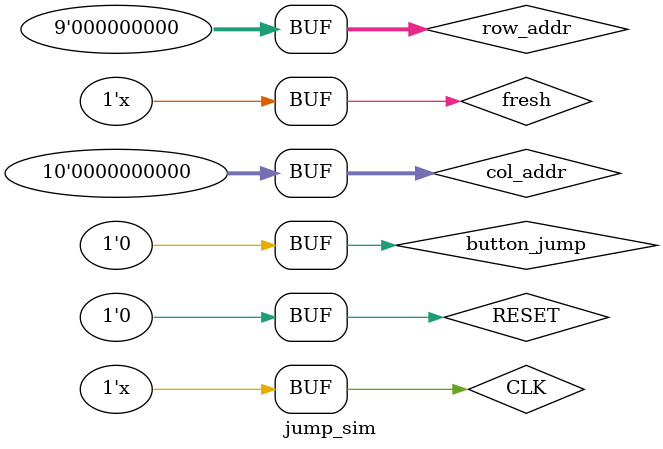
<source format=v>
`timescale 1ns / 1ps


module jump_sim;

	// Inputs
	reg fresh;
	reg CLK;
	reg button_jump;
	reg RESET;
	reg [8:0] row_addr;
	reg [9:0] col_addr;

	// Outputs
	wire px;
	wire game_status;

	// Instantiate the Unit Under Test (UUT)
	Jump uut (
		.fresh(fresh), 
		.CLK(CLK), 
		.button_jump(button_jump), 
		.RESET(RESET), 
		.row_addr(row_addr), 
		.col_addr(col_addr), 
		.px(px), 
		.game_status(game_status)
	);

	initial begin
		// Initialize Inputs
		fresh = 0;
		CLK = 0;
		button_jump = 0;
		RESET = 0;
		row_addr = 0;
		col_addr = 0;

		// Wait 100 ns for global reset to finish
		#100;
        RESET=1;
        #100;
        RESET=0;
        
		// Add stimulus here

	end
    
    always begin
		CLK = CLK+1'b1;fresh=~fresh; #10;
		//CLK = 1; #10;
	end
      
endmodule


</source>
